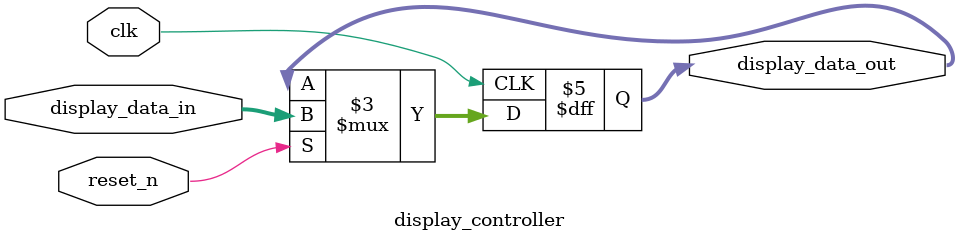
<source format=v>
module display_controller (
    input wire clk,
    input wire reset_n,
    input wire [31:0] display_data_in,
    output wire [31:0] display_data_out
);
    // Placeholder for Display Controller logic
    // Example: Display video or UI data

    always @(posedge clk or negedge reset_n) begin
        if (~reset_n) begin
            // Reset logic
        end else begin
            display_data_out <= display_data_in; // Dummy pass-through
        end
    end
endmodule

</source>
